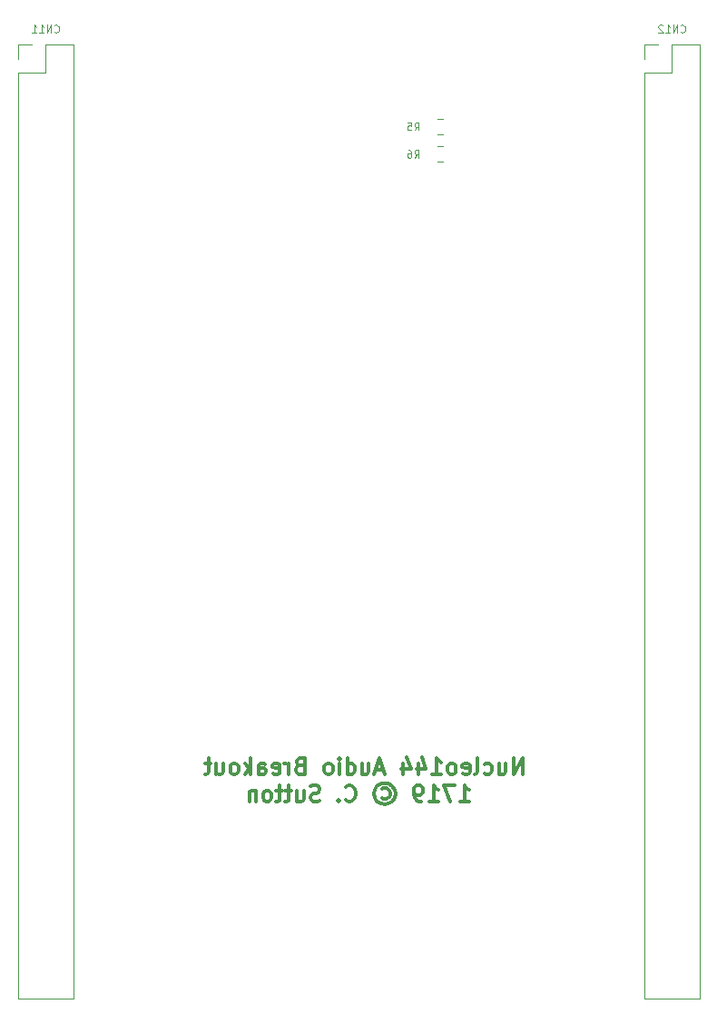
<source format=gbr>
G04 #@! TF.GenerationSoftware,KiCad,Pcbnew,(5.0.0-3-g5ebb6b6)*
G04 #@! TF.CreationDate,2019-04-23T02:19:09+01:00*
G04 #@! TF.ProjectId,Nucleo144AudioBreakout,4E75636C656F313434417564696F4272,RevA*
G04 #@! TF.SameCoordinates,Original*
G04 #@! TF.FileFunction,Legend,Bot*
G04 #@! TF.FilePolarity,Positive*
%FSLAX46Y46*%
G04 Gerber Fmt 4.6, Leading zero omitted, Abs format (unit mm)*
G04 Created by KiCad (PCBNEW (5.0.0-3-g5ebb6b6)) date Tuesday, 23 April 2019 at 02:19:09*
%MOMM*%
%LPD*%
G01*
G04 APERTURE LIST*
%ADD10C,0.300000*%
%ADD11C,0.120000*%
%ADD12C,0.100000*%
G04 APERTURE END LIST*
D10*
X116885714Y-154343571D02*
X116885714Y-152843571D01*
X116028571Y-154343571D01*
X116028571Y-152843571D01*
X114671428Y-153343571D02*
X114671428Y-154343571D01*
X115314285Y-153343571D02*
X115314285Y-154129285D01*
X115242857Y-154272142D01*
X115100000Y-154343571D01*
X114885714Y-154343571D01*
X114742857Y-154272142D01*
X114671428Y-154200714D01*
X113314285Y-154272142D02*
X113457142Y-154343571D01*
X113742857Y-154343571D01*
X113885714Y-154272142D01*
X113957142Y-154200714D01*
X114028571Y-154057857D01*
X114028571Y-153629285D01*
X113957142Y-153486428D01*
X113885714Y-153415000D01*
X113742857Y-153343571D01*
X113457142Y-153343571D01*
X113314285Y-153415000D01*
X112457142Y-154343571D02*
X112600000Y-154272142D01*
X112671428Y-154129285D01*
X112671428Y-152843571D01*
X111314285Y-154272142D02*
X111457142Y-154343571D01*
X111742857Y-154343571D01*
X111885714Y-154272142D01*
X111957142Y-154129285D01*
X111957142Y-153557857D01*
X111885714Y-153415000D01*
X111742857Y-153343571D01*
X111457142Y-153343571D01*
X111314285Y-153415000D01*
X111242857Y-153557857D01*
X111242857Y-153700714D01*
X111957142Y-153843571D01*
X110385714Y-154343571D02*
X110528571Y-154272142D01*
X110600000Y-154200714D01*
X110671428Y-154057857D01*
X110671428Y-153629285D01*
X110600000Y-153486428D01*
X110528571Y-153415000D01*
X110385714Y-153343571D01*
X110171428Y-153343571D01*
X110028571Y-153415000D01*
X109957142Y-153486428D01*
X109885714Y-153629285D01*
X109885714Y-154057857D01*
X109957142Y-154200714D01*
X110028571Y-154272142D01*
X110171428Y-154343571D01*
X110385714Y-154343571D01*
X108457142Y-154343571D02*
X109314285Y-154343571D01*
X108885714Y-154343571D02*
X108885714Y-152843571D01*
X109028571Y-153057857D01*
X109171428Y-153200714D01*
X109314285Y-153272142D01*
X107171428Y-153343571D02*
X107171428Y-154343571D01*
X107528571Y-152772142D02*
X107885714Y-153843571D01*
X106957142Y-153843571D01*
X105742857Y-153343571D02*
X105742857Y-154343571D01*
X106100000Y-152772142D02*
X106457142Y-153843571D01*
X105528571Y-153843571D01*
X103885714Y-153915000D02*
X103171428Y-153915000D01*
X104028571Y-154343571D02*
X103528571Y-152843571D01*
X103028571Y-154343571D01*
X101885714Y-153343571D02*
X101885714Y-154343571D01*
X102528571Y-153343571D02*
X102528571Y-154129285D01*
X102457142Y-154272142D01*
X102314285Y-154343571D01*
X102099999Y-154343571D01*
X101957142Y-154272142D01*
X101885714Y-154200714D01*
X100528571Y-154343571D02*
X100528571Y-152843571D01*
X100528571Y-154272142D02*
X100671428Y-154343571D01*
X100957142Y-154343571D01*
X101099999Y-154272142D01*
X101171428Y-154200714D01*
X101242857Y-154057857D01*
X101242857Y-153629285D01*
X101171428Y-153486428D01*
X101099999Y-153415000D01*
X100957142Y-153343571D01*
X100671428Y-153343571D01*
X100528571Y-153415000D01*
X99814285Y-154343571D02*
X99814285Y-153343571D01*
X99814285Y-152843571D02*
X99885714Y-152915000D01*
X99814285Y-152986428D01*
X99742857Y-152915000D01*
X99814285Y-152843571D01*
X99814285Y-152986428D01*
X98885714Y-154343571D02*
X99028571Y-154272142D01*
X99100000Y-154200714D01*
X99171428Y-154057857D01*
X99171428Y-153629285D01*
X99100000Y-153486428D01*
X99028571Y-153415000D01*
X98885714Y-153343571D01*
X98671428Y-153343571D01*
X98528571Y-153415000D01*
X98457142Y-153486428D01*
X98385714Y-153629285D01*
X98385714Y-154057857D01*
X98457142Y-154200714D01*
X98528571Y-154272142D01*
X98671428Y-154343571D01*
X98885714Y-154343571D01*
X96100000Y-153557857D02*
X95885714Y-153629285D01*
X95814285Y-153700714D01*
X95742857Y-153843571D01*
X95742857Y-154057857D01*
X95814285Y-154200714D01*
X95885714Y-154272142D01*
X96028571Y-154343571D01*
X96600000Y-154343571D01*
X96600000Y-152843571D01*
X96100000Y-152843571D01*
X95957142Y-152915000D01*
X95885714Y-152986428D01*
X95814285Y-153129285D01*
X95814285Y-153272142D01*
X95885714Y-153415000D01*
X95957142Y-153486428D01*
X96100000Y-153557857D01*
X96600000Y-153557857D01*
X95100000Y-154343571D02*
X95100000Y-153343571D01*
X95100000Y-153629285D02*
X95028571Y-153486428D01*
X94957142Y-153415000D01*
X94814285Y-153343571D01*
X94671428Y-153343571D01*
X93600000Y-154272142D02*
X93742857Y-154343571D01*
X94028571Y-154343571D01*
X94171428Y-154272142D01*
X94242857Y-154129285D01*
X94242857Y-153557857D01*
X94171428Y-153415000D01*
X94028571Y-153343571D01*
X93742857Y-153343571D01*
X93600000Y-153415000D01*
X93528571Y-153557857D01*
X93528571Y-153700714D01*
X94242857Y-153843571D01*
X92242857Y-154343571D02*
X92242857Y-153557857D01*
X92314285Y-153415000D01*
X92457142Y-153343571D01*
X92742857Y-153343571D01*
X92885714Y-153415000D01*
X92242857Y-154272142D02*
X92385714Y-154343571D01*
X92742857Y-154343571D01*
X92885714Y-154272142D01*
X92957142Y-154129285D01*
X92957142Y-153986428D01*
X92885714Y-153843571D01*
X92742857Y-153772142D01*
X92385714Y-153772142D01*
X92242857Y-153700714D01*
X91528571Y-154343571D02*
X91528571Y-152843571D01*
X91385714Y-153772142D02*
X90957142Y-154343571D01*
X90957142Y-153343571D02*
X91528571Y-153915000D01*
X90100000Y-154343571D02*
X90242857Y-154272142D01*
X90314285Y-154200714D01*
X90385714Y-154057857D01*
X90385714Y-153629285D01*
X90314285Y-153486428D01*
X90242857Y-153415000D01*
X90100000Y-153343571D01*
X89885714Y-153343571D01*
X89742857Y-153415000D01*
X89671428Y-153486428D01*
X89600000Y-153629285D01*
X89600000Y-154057857D01*
X89671428Y-154200714D01*
X89742857Y-154272142D01*
X89885714Y-154343571D01*
X90100000Y-154343571D01*
X88314285Y-153343571D02*
X88314285Y-154343571D01*
X88957142Y-153343571D02*
X88957142Y-154129285D01*
X88885714Y-154272142D01*
X88742857Y-154343571D01*
X88528571Y-154343571D01*
X88385714Y-154272142D01*
X88314285Y-154200714D01*
X87814285Y-153343571D02*
X87242857Y-153343571D01*
X87600000Y-152843571D02*
X87600000Y-154129285D01*
X87528571Y-154272142D01*
X87385714Y-154343571D01*
X87242857Y-154343571D01*
X111028571Y-156893571D02*
X111885714Y-156893571D01*
X111457142Y-156893571D02*
X111457142Y-155393571D01*
X111600000Y-155607857D01*
X111742857Y-155750714D01*
X111885714Y-155822142D01*
X110528571Y-155393571D02*
X109528571Y-155393571D01*
X110171428Y-156893571D01*
X108171428Y-156893571D02*
X109028571Y-156893571D01*
X108600000Y-156893571D02*
X108600000Y-155393571D01*
X108742857Y-155607857D01*
X108885714Y-155750714D01*
X109028571Y-155822142D01*
X107457142Y-156893571D02*
X107171428Y-156893571D01*
X107028571Y-156822142D01*
X106957142Y-156750714D01*
X106814285Y-156536428D01*
X106742857Y-156250714D01*
X106742857Y-155679285D01*
X106814285Y-155536428D01*
X106885714Y-155465000D01*
X107028571Y-155393571D01*
X107314285Y-155393571D01*
X107457142Y-155465000D01*
X107528571Y-155536428D01*
X107600000Y-155679285D01*
X107600000Y-156036428D01*
X107528571Y-156179285D01*
X107457142Y-156250714D01*
X107314285Y-156322142D01*
X107028571Y-156322142D01*
X106885714Y-156250714D01*
X106814285Y-156179285D01*
X106742857Y-156036428D01*
X103742857Y-155750714D02*
X103885714Y-155679285D01*
X104171428Y-155679285D01*
X104314285Y-155750714D01*
X104457142Y-155893571D01*
X104528571Y-156036428D01*
X104528571Y-156322142D01*
X104457142Y-156465000D01*
X104314285Y-156607857D01*
X104171428Y-156679285D01*
X103885714Y-156679285D01*
X103742857Y-156607857D01*
X104028571Y-155179285D02*
X104385714Y-155250714D01*
X104742857Y-155465000D01*
X104957142Y-155822142D01*
X105028571Y-156179285D01*
X104957142Y-156536428D01*
X104742857Y-156893571D01*
X104385714Y-157107857D01*
X104028571Y-157179285D01*
X103671428Y-157107857D01*
X103314285Y-156893571D01*
X103100000Y-156536428D01*
X103028571Y-156179285D01*
X103100000Y-155822142D01*
X103314285Y-155465000D01*
X103671428Y-155250714D01*
X104028571Y-155179285D01*
X100385714Y-156750714D02*
X100457142Y-156822142D01*
X100671428Y-156893571D01*
X100814285Y-156893571D01*
X101028571Y-156822142D01*
X101171428Y-156679285D01*
X101242857Y-156536428D01*
X101314285Y-156250714D01*
X101314285Y-156036428D01*
X101242857Y-155750714D01*
X101171428Y-155607857D01*
X101028571Y-155465000D01*
X100814285Y-155393571D01*
X100671428Y-155393571D01*
X100457142Y-155465000D01*
X100385714Y-155536428D01*
X99742857Y-156750714D02*
X99671428Y-156822142D01*
X99742857Y-156893571D01*
X99814285Y-156822142D01*
X99742857Y-156750714D01*
X99742857Y-156893571D01*
X97957142Y-156822142D02*
X97742857Y-156893571D01*
X97385714Y-156893571D01*
X97242857Y-156822142D01*
X97171428Y-156750714D01*
X97100000Y-156607857D01*
X97100000Y-156465000D01*
X97171428Y-156322142D01*
X97242857Y-156250714D01*
X97385714Y-156179285D01*
X97671428Y-156107857D01*
X97814285Y-156036428D01*
X97885714Y-155965000D01*
X97957142Y-155822142D01*
X97957142Y-155679285D01*
X97885714Y-155536428D01*
X97814285Y-155465000D01*
X97671428Y-155393571D01*
X97314285Y-155393571D01*
X97100000Y-155465000D01*
X95814285Y-155893571D02*
X95814285Y-156893571D01*
X96457142Y-155893571D02*
X96457142Y-156679285D01*
X96385714Y-156822142D01*
X96242857Y-156893571D01*
X96028571Y-156893571D01*
X95885714Y-156822142D01*
X95814285Y-156750714D01*
X95314285Y-155893571D02*
X94742857Y-155893571D01*
X95100000Y-155393571D02*
X95100000Y-156679285D01*
X95028571Y-156822142D01*
X94885714Y-156893571D01*
X94742857Y-156893571D01*
X94457142Y-155893571D02*
X93885714Y-155893571D01*
X94242857Y-155393571D02*
X94242857Y-156679285D01*
X94171428Y-156822142D01*
X94028571Y-156893571D01*
X93885714Y-156893571D01*
X93171428Y-156893571D02*
X93314285Y-156822142D01*
X93385714Y-156750714D01*
X93457142Y-156607857D01*
X93457142Y-156179285D01*
X93385714Y-156036428D01*
X93314285Y-155965000D01*
X93171428Y-155893571D01*
X92957142Y-155893571D01*
X92814285Y-155965000D01*
X92742857Y-156036428D01*
X92671428Y-156179285D01*
X92671428Y-156607857D01*
X92742857Y-156750714D01*
X92814285Y-156822142D01*
X92957142Y-156893571D01*
X93171428Y-156893571D01*
X92028571Y-155893571D02*
X92028571Y-156893571D01*
X92028571Y-156036428D02*
X91957142Y-155965000D01*
X91814285Y-155893571D01*
X91600000Y-155893571D01*
X91457142Y-155965000D01*
X91385714Y-156107857D01*
X91385714Y-156893571D01*
D11*
G04 #@! TO.C,CN11*
X71120000Y-86300000D02*
X69790000Y-86300000D01*
X69790000Y-86300000D02*
X69790000Y-87630000D01*
X72390000Y-86300000D02*
X72390000Y-88900000D01*
X72390000Y-88900000D02*
X69790000Y-88900000D01*
X69790000Y-88900000D02*
X69790000Y-175320000D01*
X74990000Y-175320000D02*
X69790000Y-175320000D01*
X74990000Y-86300000D02*
X74990000Y-175320000D01*
X74990000Y-86300000D02*
X72390000Y-86300000D01*
G04 #@! TO.C,CN12*
X133410000Y-86300000D02*
X130810000Y-86300000D01*
X133410000Y-86300000D02*
X133410000Y-175320000D01*
X133410000Y-175320000D02*
X128210000Y-175320000D01*
X128210000Y-88900000D02*
X128210000Y-175320000D01*
X130810000Y-88900000D02*
X128210000Y-88900000D01*
X130810000Y-86300000D02*
X130810000Y-88900000D01*
X128210000Y-86300000D02*
X128210000Y-87630000D01*
X129540000Y-86300000D02*
X128210000Y-86300000D01*
G04 #@! TO.C,R5*
X108958748Y-93270000D02*
X109481252Y-93270000D01*
X108958748Y-94690000D02*
X109481252Y-94690000D01*
G04 #@! TO.C,R6*
X108958748Y-97230000D02*
X109481252Y-97230000D01*
X108958748Y-95810000D02*
X109481252Y-95810000D01*
G04 #@! TO.C,CN11*
D12*
X73206666Y-85110000D02*
X73240000Y-85143333D01*
X73340000Y-85176666D01*
X73406666Y-85176666D01*
X73506666Y-85143333D01*
X73573333Y-85076666D01*
X73606666Y-85010000D01*
X73640000Y-84876666D01*
X73640000Y-84776666D01*
X73606666Y-84643333D01*
X73573333Y-84576666D01*
X73506666Y-84510000D01*
X73406666Y-84476666D01*
X73340000Y-84476666D01*
X73240000Y-84510000D01*
X73206666Y-84543333D01*
X72906666Y-85176666D02*
X72906666Y-84476666D01*
X72506666Y-85176666D01*
X72506666Y-84476666D01*
X71806666Y-85176666D02*
X72206666Y-85176666D01*
X72006666Y-85176666D02*
X72006666Y-84476666D01*
X72073333Y-84576666D01*
X72140000Y-84643333D01*
X72206666Y-84676666D01*
X71140000Y-85176666D02*
X71540000Y-85176666D01*
X71340000Y-85176666D02*
X71340000Y-84476666D01*
X71406666Y-84576666D01*
X71473333Y-84643333D01*
X71540000Y-84676666D01*
G04 #@! TO.C,CN12*
X131626666Y-85110000D02*
X131660000Y-85143333D01*
X131760000Y-85176666D01*
X131826666Y-85176666D01*
X131926666Y-85143333D01*
X131993333Y-85076666D01*
X132026666Y-85010000D01*
X132060000Y-84876666D01*
X132060000Y-84776666D01*
X132026666Y-84643333D01*
X131993333Y-84576666D01*
X131926666Y-84510000D01*
X131826666Y-84476666D01*
X131760000Y-84476666D01*
X131660000Y-84510000D01*
X131626666Y-84543333D01*
X131326666Y-85176666D02*
X131326666Y-84476666D01*
X130926666Y-85176666D01*
X130926666Y-84476666D01*
X130226666Y-85176666D02*
X130626666Y-85176666D01*
X130426666Y-85176666D02*
X130426666Y-84476666D01*
X130493333Y-84576666D01*
X130560000Y-84643333D01*
X130626666Y-84676666D01*
X129960000Y-84543333D02*
X129926666Y-84510000D01*
X129860000Y-84476666D01*
X129693333Y-84476666D01*
X129626666Y-84510000D01*
X129593333Y-84543333D01*
X129560000Y-84610000D01*
X129560000Y-84676666D01*
X129593333Y-84776666D01*
X129993333Y-85176666D01*
X129560000Y-85176666D01*
G04 #@! TO.C,R5*
X106796666Y-94296666D02*
X107030000Y-93963333D01*
X107196666Y-94296666D02*
X107196666Y-93596666D01*
X106930000Y-93596666D01*
X106863333Y-93630000D01*
X106830000Y-93663333D01*
X106796666Y-93730000D01*
X106796666Y-93830000D01*
X106830000Y-93896666D01*
X106863333Y-93930000D01*
X106930000Y-93963333D01*
X107196666Y-93963333D01*
X106163333Y-93596666D02*
X106496666Y-93596666D01*
X106530000Y-93930000D01*
X106496666Y-93896666D01*
X106430000Y-93863333D01*
X106263333Y-93863333D01*
X106196666Y-93896666D01*
X106163333Y-93930000D01*
X106130000Y-93996666D01*
X106130000Y-94163333D01*
X106163333Y-94230000D01*
X106196666Y-94263333D01*
X106263333Y-94296666D01*
X106430000Y-94296666D01*
X106496666Y-94263333D01*
X106530000Y-94230000D01*
G04 #@! TO.C,R6*
X106796666Y-96862066D02*
X107030000Y-96528733D01*
X107196666Y-96862066D02*
X107196666Y-96162066D01*
X106930000Y-96162066D01*
X106863333Y-96195400D01*
X106830000Y-96228733D01*
X106796666Y-96295400D01*
X106796666Y-96395400D01*
X106830000Y-96462066D01*
X106863333Y-96495400D01*
X106930000Y-96528733D01*
X107196666Y-96528733D01*
X106196666Y-96162066D02*
X106330000Y-96162066D01*
X106396666Y-96195400D01*
X106430000Y-96228733D01*
X106496666Y-96328733D01*
X106530000Y-96462066D01*
X106530000Y-96728733D01*
X106496666Y-96795400D01*
X106463333Y-96828733D01*
X106396666Y-96862066D01*
X106263333Y-96862066D01*
X106196666Y-96828733D01*
X106163333Y-96795400D01*
X106130000Y-96728733D01*
X106130000Y-96562066D01*
X106163333Y-96495400D01*
X106196666Y-96462066D01*
X106263333Y-96428733D01*
X106396666Y-96428733D01*
X106463333Y-96462066D01*
X106496666Y-96495400D01*
X106530000Y-96562066D01*
G04 #@! TD*
M02*

</source>
